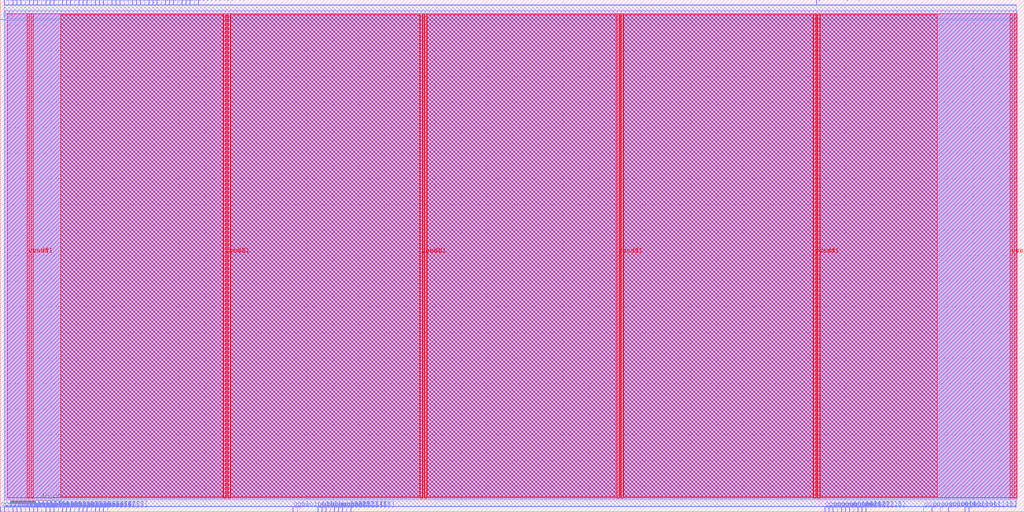
<source format=lef>
VERSION 5.7 ;
  NOWIREEXTENSIONATPIN ON ;
  DIVIDERCHAR "/" ;
  BUSBITCHARS "[]" ;
MACRO team_09
  CLASS BLOCK ;
  FOREIGN team_09 ;
  ORIGIN 0.000 0.000 ;
  SIZE 800.000 BY 400.000 ;
  PIN clk
    DIRECTION INPUT ;
    USE SIGNAL ;
    ANTENNAGATEAREA 0.852000 ;
    ANTENNADIFFAREA 0.434700 ;
    PORT
      LAYER met3 ;
        RECT 0.000 384.240 4.000 384.840 ;
    END
  END clk
  PIN en
    DIRECTION INPUT ;
    USE SIGNAL ;
    ANTENNAGATEAREA 0.196500 ;
    ANTENNADIFFAREA 0.434700 ;
    PORT
      LAYER met2 ;
        RECT 676.290 0.000 676.570 4.000 ;
    END
  END en
  PIN gpio_in[0]
    DIRECTION INPUT ;
    USE SIGNAL ;
    PORT
      LAYER met2 ;
        RECT 0.090 0.000 0.370 4.000 ;
    END
  END gpio_in[0]
  PIN gpio_in[10]
    DIRECTION INPUT ;
    USE SIGNAL ;
    PORT
      LAYER met2 ;
        RECT 3.310 0.000 3.590 4.000 ;
    END
  END gpio_in[10]
  PIN gpio_in[11]
    DIRECTION INPUT ;
    USE SIGNAL ;
    PORT
      LAYER met2 ;
        RECT 6.530 0.000 6.810 4.000 ;
    END
  END gpio_in[11]
  PIN gpio_in[12]
    DIRECTION INPUT ;
    USE SIGNAL ;
    PORT
      LAYER met2 ;
        RECT 9.750 0.000 10.030 4.000 ;
    END
  END gpio_in[12]
  PIN gpio_in[13]
    DIRECTION INPUT ;
    USE SIGNAL ;
    PORT
      LAYER met2 ;
        RECT 12.970 0.000 13.250 4.000 ;
    END
  END gpio_in[13]
  PIN gpio_in[14]
    DIRECTION INPUT ;
    USE SIGNAL ;
    PORT
      LAYER met2 ;
        RECT 16.190 0.000 16.470 4.000 ;
    END
  END gpio_in[14]
  PIN gpio_in[15]
    DIRECTION INPUT ;
    USE SIGNAL ;
    PORT
      LAYER met2 ;
        RECT 19.410 0.000 19.690 4.000 ;
    END
  END gpio_in[15]
  PIN gpio_in[16]
    DIRECTION INPUT ;
    USE SIGNAL ;
    PORT
      LAYER met2 ;
        RECT 22.630 0.000 22.910 4.000 ;
    END
  END gpio_in[16]
  PIN gpio_in[17]
    DIRECTION INPUT ;
    USE SIGNAL ;
    PORT
      LAYER met2 ;
        RECT 25.850 0.000 26.130 4.000 ;
    END
  END gpio_in[17]
  PIN gpio_in[18]
    DIRECTION INPUT ;
    USE SIGNAL ;
    PORT
      LAYER met2 ;
        RECT 29.070 0.000 29.350 4.000 ;
    END
  END gpio_in[18]
  PIN gpio_in[19]
    DIRECTION INPUT ;
    USE SIGNAL ;
    PORT
      LAYER met2 ;
        RECT 32.290 0.000 32.570 4.000 ;
    END
  END gpio_in[19]
  PIN gpio_in[1]
    DIRECTION INPUT ;
    USE SIGNAL ;
    PORT
      LAYER met2 ;
        RECT 35.510 0.000 35.790 4.000 ;
    END
  END gpio_in[1]
  PIN gpio_in[20]
    DIRECTION INPUT ;
    USE SIGNAL ;
    PORT
      LAYER met2 ;
        RECT 38.730 0.000 39.010 4.000 ;
    END
  END gpio_in[20]
  PIN gpio_in[21]
    DIRECTION INPUT ;
    USE SIGNAL ;
    PORT
      LAYER met2 ;
        RECT 41.950 0.000 42.230 4.000 ;
    END
  END gpio_in[21]
  PIN gpio_in[22]
    DIRECTION INPUT ;
    USE SIGNAL ;
    PORT
      LAYER met2 ;
        RECT 45.170 0.000 45.450 4.000 ;
    END
  END gpio_in[22]
  PIN gpio_in[23]
    DIRECTION INPUT ;
    USE SIGNAL ;
    PORT
      LAYER met2 ;
        RECT 48.390 0.000 48.670 4.000 ;
    END
  END gpio_in[23]
  PIN gpio_in[24]
    DIRECTION INPUT ;
    USE SIGNAL ;
    PORT
      LAYER met2 ;
        RECT 51.610 0.000 51.890 4.000 ;
    END
  END gpio_in[24]
  PIN gpio_in[25]
    DIRECTION INPUT ;
    USE SIGNAL ;
    ANTENNAGATEAREA 0.196500 ;
    ANTENNADIFFAREA 0.434700 ;
    PORT
      LAYER met2 ;
        RECT 3.310 396.000 3.590 400.000 ;
    END
  END gpio_in[25]
  PIN gpio_in[26]
    DIRECTION INPUT ;
    USE SIGNAL ;
    ANTENNAGATEAREA 0.196500 ;
    ANTENNADIFFAREA 0.434700 ;
    PORT
      LAYER met2 ;
        RECT 16.190 396.000 16.470 400.000 ;
    END
  END gpio_in[26]
  PIN gpio_in[27]
    DIRECTION INPUT ;
    USE SIGNAL ;
    ANTENNAGATEAREA 0.196500 ;
    ANTENNADIFFAREA 0.434700 ;
    PORT
      LAYER met2 ;
        RECT 116.010 396.000 116.290 400.000 ;
    END
  END gpio_in[27]
  PIN gpio_in[28]
    DIRECTION INPUT ;
    USE SIGNAL ;
    ANTENNAGATEAREA 0.196500 ;
    ANTENNADIFFAREA 0.434700 ;
    PORT
      LAYER met2 ;
        RECT 138.550 396.000 138.830 400.000 ;
    END
  END gpio_in[28]
  PIN gpio_in[29]
    DIRECTION INPUT ;
    USE SIGNAL ;
    ANTENNAGATEAREA 0.196500 ;
    ANTENNADIFFAREA 0.434700 ;
    PORT
      LAYER met2 ;
        RECT 87.030 396.000 87.310 400.000 ;
    END
  END gpio_in[29]
  PIN gpio_in[2]
    DIRECTION INPUT ;
    USE SIGNAL ;
    PORT
      LAYER met2 ;
        RECT 54.830 0.000 55.110 4.000 ;
    END
  END gpio_in[2]
  PIN gpio_in[30]
    DIRECTION INPUT ;
    USE SIGNAL ;
    ANTENNAGATEAREA 0.196500 ;
    ANTENNADIFFAREA 0.434700 ;
    PORT
      LAYER met2 ;
        RECT 637.650 396.000 637.930 400.000 ;
    END
  END gpio_in[30]
  PIN gpio_in[31]
    DIRECTION INPUT ;
    USE SIGNAL ;
    ANTENNAGATEAREA 0.196500 ;
    ANTENNADIFFAREA 0.434700 ;
    PORT
      LAYER met2 ;
        RECT 228.710 0.000 228.990 4.000 ;
    END
  END gpio_in[31]
  PIN gpio_in[32]
    DIRECTION INPUT ;
    USE SIGNAL ;
    PORT
      LAYER met2 ;
        RECT 58.050 0.000 58.330 4.000 ;
    END
  END gpio_in[32]
  PIN gpio_in[33]
    DIRECTION INPUT ;
    USE SIGNAL ;
    PORT
      LAYER met2 ;
        RECT 61.270 0.000 61.550 4.000 ;
    END
  END gpio_in[33]
  PIN gpio_in[3]
    DIRECTION INPUT ;
    USE SIGNAL ;
    PORT
      LAYER met2 ;
        RECT 64.490 0.000 64.770 4.000 ;
    END
  END gpio_in[3]
  PIN gpio_in[4]
    DIRECTION INPUT ;
    USE SIGNAL ;
    PORT
      LAYER met2 ;
        RECT 67.710 0.000 67.990 4.000 ;
    END
  END gpio_in[4]
  PIN gpio_in[5]
    DIRECTION INPUT ;
    USE SIGNAL ;
    PORT
      LAYER met2 ;
        RECT 70.930 0.000 71.210 4.000 ;
    END
  END gpio_in[5]
  PIN gpio_in[6]
    DIRECTION INPUT ;
    USE SIGNAL ;
    PORT
      LAYER met2 ;
        RECT 74.150 0.000 74.430 4.000 ;
    END
  END gpio_in[6]
  PIN gpio_in[7]
    DIRECTION INPUT ;
    USE SIGNAL ;
    PORT
      LAYER met2 ;
        RECT 77.370 0.000 77.650 4.000 ;
    END
  END gpio_in[7]
  PIN gpio_in[8]
    DIRECTION INPUT ;
    USE SIGNAL ;
    PORT
      LAYER met2 ;
        RECT 80.590 0.000 80.870 4.000 ;
    END
  END gpio_in[8]
  PIN gpio_in[9]
    DIRECTION INPUT ;
    USE SIGNAL ;
    PORT
      LAYER met2 ;
        RECT 83.810 0.000 84.090 4.000 ;
    END
  END gpio_in[9]
  PIN gpio_oeb[0]
    DIRECTION OUTPUT ;
    USE SIGNAL ;
    ANTENNADIFFAREA 0.445500 ;
    PORT
      LAYER met2 ;
        RECT 48.390 396.000 48.670 400.000 ;
    END
  END gpio_oeb[0]
  PIN gpio_oeb[10]
    DIRECTION OUTPUT ;
    USE SIGNAL ;
    ANTENNADIFFAREA 0.445500 ;
    PORT
      LAYER met2 ;
        RECT 141.770 396.000 142.050 400.000 ;
    END
  END gpio_oeb[10]
  PIN gpio_oeb[11]
    DIRECTION OUTPUT ;
    USE SIGNAL ;
    ANTENNADIFFAREA 0.445500 ;
    PORT
      LAYER met2 ;
        RECT 83.810 396.000 84.090 400.000 ;
    END
  END gpio_oeb[11]
  PIN gpio_oeb[12]
    DIRECTION OUTPUT ;
    USE SIGNAL ;
    ANTENNADIFFAREA 0.445500 ;
    PORT
      LAYER met2 ;
        RECT 109.570 396.000 109.850 400.000 ;
    END
  END gpio_oeb[12]
  PIN gpio_oeb[13]
    DIRECTION OUTPUT ;
    USE SIGNAL ;
    ANTENNADIFFAREA 0.445500 ;
    PORT
      LAYER met2 ;
        RECT 45.170 396.000 45.450 400.000 ;
    END
  END gpio_oeb[13]
  PIN gpio_oeb[14]
    DIRECTION OUTPUT ;
    USE SIGNAL ;
    ANTENNADIFFAREA 0.445500 ;
    PORT
      LAYER met2 ;
        RECT 80.590 396.000 80.870 400.000 ;
    END
  END gpio_oeb[14]
  PIN gpio_oeb[15]
    DIRECTION OUTPUT ;
    USE SIGNAL ;
    ANTENNADIFFAREA 0.445500 ;
    PORT
      LAYER met2 ;
        RECT 132.110 396.000 132.390 400.000 ;
    END
  END gpio_oeb[15]
  PIN gpio_oeb[16]
    DIRECTION OUTPUT ;
    USE SIGNAL ;
    ANTENNADIFFAREA 0.445500 ;
    PORT
      LAYER met2 ;
        RECT 12.970 396.000 13.250 400.000 ;
    END
  END gpio_oeb[16]
  PIN gpio_oeb[17]
    DIRECTION OUTPUT ;
    USE SIGNAL ;
    ANTENNADIFFAREA 0.445500 ;
    PORT
      LAYER met2 ;
        RECT 41.950 396.000 42.230 400.000 ;
    END
  END gpio_oeb[17]
  PIN gpio_oeb[18]
    DIRECTION OUTPUT ;
    USE SIGNAL ;
    ANTENNADIFFAREA 0.445500 ;
    PORT
      LAYER met2 ;
        RECT 103.130 396.000 103.410 400.000 ;
    END
  END gpio_oeb[18]
  PIN gpio_oeb[19]
    DIRECTION OUTPUT ;
    USE SIGNAL ;
    ANTENNADIFFAREA 0.445500 ;
    PORT
      LAYER met2 ;
        RECT 125.670 396.000 125.950 400.000 ;
    END
  END gpio_oeb[19]
  PIN gpio_oeb[1]
    DIRECTION OUTPUT ;
    USE SIGNAL ;
    ANTENNADIFFAREA 0.445500 ;
    PORT
      LAYER met2 ;
        RECT 74.150 396.000 74.430 400.000 ;
    END
  END gpio_oeb[1]
  PIN gpio_oeb[20]
    DIRECTION OUTPUT ;
    USE SIGNAL ;
    ANTENNADIFFAREA 0.445500 ;
    PORT
      LAYER met2 ;
        RECT 128.890 396.000 129.170 400.000 ;
    END
  END gpio_oeb[20]
  PIN gpio_oeb[21]
    DIRECTION OUTPUT ;
    USE SIGNAL ;
    ANTENNADIFFAREA 0.445500 ;
    PORT
      LAYER met2 ;
        RECT 144.990 396.000 145.270 400.000 ;
    END
  END gpio_oeb[21]
  PIN gpio_oeb[22]
    DIRECTION OUTPUT ;
    USE SIGNAL ;
    ANTENNADIFFAREA 0.445500 ;
    PORT
      LAYER met2 ;
        RECT 9.750 396.000 10.030 400.000 ;
    END
  END gpio_oeb[22]
  PIN gpio_oeb[23]
    DIRECTION OUTPUT ;
    USE SIGNAL ;
    ANTENNADIFFAREA 0.445500 ;
    PORT
      LAYER met2 ;
        RECT 6.530 396.000 6.810 400.000 ;
    END
  END gpio_oeb[23]
  PIN gpio_oeb[24]
    DIRECTION OUTPUT ;
    USE SIGNAL ;
    ANTENNADIFFAREA 0.445500 ;
    PORT
      LAYER met2 ;
        RECT 122.450 396.000 122.730 400.000 ;
    END
  END gpio_oeb[24]
  PIN gpio_oeb[25]
    DIRECTION OUTPUT ;
    USE SIGNAL ;
    ANTENNADIFFAREA 0.445500 ;
    PORT
      LAYER met2 ;
        RECT 19.410 396.000 19.690 400.000 ;
    END
  END gpio_oeb[25]
  PIN gpio_oeb[26]
    DIRECTION OUTPUT ;
    USE SIGNAL ;
    ANTENNADIFFAREA 0.445500 ;
    PORT
      LAYER met2 ;
        RECT 29.070 396.000 29.350 400.000 ;
    END
  END gpio_oeb[26]
  PIN gpio_oeb[27]
    DIRECTION OUTPUT ;
    USE SIGNAL ;
    ANTENNADIFFAREA 0.445500 ;
    PORT
      LAYER met2 ;
        RECT 38.730 396.000 39.010 400.000 ;
    END
  END gpio_oeb[27]
  PIN gpio_oeb[28]
    DIRECTION OUTPUT ;
    USE SIGNAL ;
    ANTENNADIFFAREA 0.445500 ;
    PORT
      LAYER met2 ;
        RECT 35.510 396.000 35.790 400.000 ;
    END
  END gpio_oeb[28]
  PIN gpio_oeb[29]
    DIRECTION OUTPUT ;
    USE SIGNAL ;
    ANTENNADIFFAREA 0.445500 ;
    PORT
      LAYER met2 ;
        RECT 25.850 396.000 26.130 400.000 ;
    END
  END gpio_oeb[29]
  PIN gpio_oeb[2]
    DIRECTION OUTPUT ;
    USE SIGNAL ;
    ANTENNADIFFAREA 0.445500 ;
    PORT
      LAYER met2 ;
        RECT 67.710 396.000 67.990 400.000 ;
    END
  END gpio_oeb[2]
  PIN gpio_oeb[30]
    DIRECTION OUTPUT ;
    USE SIGNAL ;
    ANTENNADIFFAREA 0.445500 ;
    PORT
      LAYER met2 ;
        RECT 32.290 396.000 32.570 400.000 ;
    END
  END gpio_oeb[30]
  PIN gpio_oeb[31]
    DIRECTION OUTPUT ;
    USE SIGNAL ;
    ANTENNADIFFAREA 0.445500 ;
    PORT
      LAYER met2 ;
        RECT 22.630 396.000 22.910 400.000 ;
    END
  END gpio_oeb[31]
  PIN gpio_oeb[32]
    DIRECTION OUTPUT ;
    USE SIGNAL ;
    ANTENNADIFFAREA 0.445500 ;
    PORT
      LAYER met2 ;
        RECT 119.230 396.000 119.510 400.000 ;
    END
  END gpio_oeb[32]
  PIN gpio_oeb[33]
    DIRECTION OUTPUT ;
    USE SIGNAL ;
    ANTENNADIFFAREA 0.445500 ;
    PORT
      LAYER met2 ;
        RECT 96.690 396.000 96.970 400.000 ;
    END
  END gpio_oeb[33]
  PIN gpio_oeb[3]
    DIRECTION OUTPUT ;
    USE SIGNAL ;
    ANTENNADIFFAREA 0.445500 ;
    PORT
      LAYER met2 ;
        RECT 64.490 396.000 64.770 400.000 ;
    END
  END gpio_oeb[3]
  PIN gpio_oeb[4]
    DIRECTION OUTPUT ;
    USE SIGNAL ;
    ANTENNADIFFAREA 0.445500 ;
    PORT
      LAYER met2 ;
        RECT 90.250 396.000 90.530 400.000 ;
    END
  END gpio_oeb[4]
  PIN gpio_oeb[5]
    DIRECTION OUTPUT ;
    USE SIGNAL ;
    ANTENNADIFFAREA 0.445500 ;
    PORT
      LAYER met2 ;
        RECT 112.790 396.000 113.070 400.000 ;
    END
  END gpio_oeb[5]
  PIN gpio_oeb[6]
    DIRECTION OUTPUT ;
    USE SIGNAL ;
    ANTENNADIFFAREA 0.445500 ;
    PORT
      LAYER met2 ;
        RECT 148.210 396.000 148.490 400.000 ;
    END
  END gpio_oeb[6]
  PIN gpio_oeb[7]
    DIRECTION OUTPUT ;
    USE SIGNAL ;
    ANTENNADIFFAREA 0.445500 ;
    PORT
      LAYER met2 ;
        RECT 61.270 396.000 61.550 400.000 ;
    END
  END gpio_oeb[7]
  PIN gpio_oeb[8]
    DIRECTION OUTPUT ;
    USE SIGNAL ;
    ANTENNADIFFAREA 0.445500 ;
    PORT
      LAYER met2 ;
        RECT 51.610 396.000 51.890 400.000 ;
    END
  END gpio_oeb[8]
  PIN gpio_oeb[9]
    DIRECTION OUTPUT ;
    USE SIGNAL ;
    ANTENNADIFFAREA 0.445500 ;
    PORT
      LAYER met2 ;
        RECT 106.350 396.000 106.630 400.000 ;
    END
  END gpio_oeb[9]
  PIN gpio_out[0]
    DIRECTION OUTPUT ;
    USE SIGNAL ;
    ANTENNADIFFAREA 0.445500 ;
    PORT
      LAYER met2 ;
        RECT 273.790 0.000 274.070 4.000 ;
    END
  END gpio_out[0]
  PIN gpio_out[10]
    DIRECTION OUTPUT ;
    USE SIGNAL ;
    ANTENNADIFFAREA 0.445500 ;
    PORT
      LAYER met2 ;
        RECT 721.370 0.000 721.650 4.000 ;
    END
  END gpio_out[10]
  PIN gpio_out[11]
    DIRECTION OUTPUT ;
    USE SIGNAL ;
    ANTENNADIFFAREA 0.445500 ;
    PORT
      LAYER met2 ;
        RECT 727.810 0.000 728.090 4.000 ;
    END
  END gpio_out[11]
  PIN gpio_out[12]
    DIRECTION OUTPUT ;
    USE SIGNAL ;
    ANTENNADIFFAREA 0.445500 ;
    PORT
      LAYER met2 ;
        RECT 734.250 0.000 734.530 4.000 ;
    END
  END gpio_out[12]
  PIN gpio_out[13]
    DIRECTION OUTPUT ;
    USE SIGNAL ;
    ANTENNADIFFAREA 0.445500 ;
    PORT
      LAYER met2 ;
        RECT 740.690 0.000 740.970 4.000 ;
    END
  END gpio_out[13]
  PIN gpio_out[14]
    DIRECTION OUTPUT ;
    USE SIGNAL ;
    ANTENNADIFFAREA 0.445500 ;
    PORT
      LAYER met2 ;
        RECT 753.570 0.000 753.850 4.000 ;
    END
  END gpio_out[14]
  PIN gpio_out[15]
    DIRECTION OUTPUT ;
    USE SIGNAL ;
    ANTENNADIFFAREA 0.445500 ;
    PORT
      LAYER met2 ;
        RECT 756.790 0.000 757.070 4.000 ;
    END
  END gpio_out[15]
  PIN gpio_out[16]
    DIRECTION OUTPUT ;
    USE SIGNAL ;
    ANTENNADIFFAREA 0.445500 ;
    PORT
      LAYER met2 ;
        RECT 669.850 0.000 670.130 4.000 ;
    END
  END gpio_out[16]
  PIN gpio_out[17]
    DIRECTION OUTPUT ;
    USE SIGNAL ;
    ANTENNADIFFAREA 0.445500 ;
    PORT
      LAYER met2 ;
        RECT 656.970 0.000 657.250 4.000 ;
    END
  END gpio_out[17]
  PIN gpio_out[18]
    DIRECTION OUTPUT ;
    USE SIGNAL ;
    ANTENNADIFFAREA 0.445500 ;
    PORT
      LAYER met2 ;
        RECT 644.090 0.000 644.370 4.000 ;
    END
  END gpio_out[18]
  PIN gpio_out[19]
    DIRECTION OUTPUT ;
    USE SIGNAL ;
    ANTENNADIFFAREA 0.445500 ;
    PORT
      LAYER met2 ;
        RECT 653.750 0.000 654.030 4.000 ;
    END
  END gpio_out[19]
  PIN gpio_out[1]
    DIRECTION OUTPUT ;
    USE SIGNAL ;
    ANTENNADIFFAREA 0.445500 ;
    PORT
      LAYER met2 ;
        RECT 264.130 0.000 264.410 4.000 ;
    END
  END gpio_out[1]
  PIN gpio_out[20]
    DIRECTION OUTPUT ;
    USE SIGNAL ;
    ANTENNADIFFAREA 0.445500 ;
    PORT
      LAYER met2 ;
        RECT 660.190 0.000 660.470 4.000 ;
    END
  END gpio_out[20]
  PIN gpio_out[21]
    DIRECTION OUTPUT ;
    USE SIGNAL ;
    ANTENNADIFFAREA 0.445500 ;
    PORT
      LAYER met2 ;
        RECT 666.630 0.000 666.910 4.000 ;
    END
  END gpio_out[21]
  PIN gpio_out[22]
    DIRECTION OUTPUT ;
    USE SIGNAL ;
    ANTENNADIFFAREA 0.445500 ;
    PORT
      LAYER met2 ;
        RECT 650.530 0.000 650.810 4.000 ;
    END
  END gpio_out[22]
  PIN gpio_out[23]
    DIRECTION OUTPUT ;
    USE SIGNAL ;
    ANTENNADIFFAREA 0.445500 ;
    PORT
      LAYER met2 ;
        RECT 663.410 0.000 663.690 4.000 ;
    END
  END gpio_out[23]
  PIN gpio_out[24]
    DIRECTION OUTPUT ;
    USE SIGNAL ;
    ANTENNADIFFAREA 0.445500 ;
    PORT
      LAYER met2 ;
        RECT 647.310 0.000 647.590 4.000 ;
    END
  END gpio_out[24]
  PIN gpio_out[25]
    DIRECTION OUTPUT ;
    USE SIGNAL ;
    ANTENNADIFFAREA 0.445500 ;
    PORT
      LAYER met2 ;
        RECT 93.470 396.000 93.750 400.000 ;
    END
  END gpio_out[25]
  PIN gpio_out[26]
    DIRECTION OUTPUT ;
    USE SIGNAL ;
    ANTENNADIFFAREA 0.445500 ;
    PORT
      LAYER met2 ;
        RECT 58.050 396.000 58.330 400.000 ;
    END
  END gpio_out[26]
  PIN gpio_out[27]
    DIRECTION OUTPUT ;
    USE SIGNAL ;
    ANTENNADIFFAREA 0.445500 ;
    PORT
      LAYER met2 ;
        RECT 154.650 396.000 154.930 400.000 ;
    END
  END gpio_out[27]
  PIN gpio_out[28]
    DIRECTION OUTPUT ;
    USE SIGNAL ;
    ANTENNADIFFAREA 0.445500 ;
    PORT
      LAYER met2 ;
        RECT 99.910 396.000 100.190 400.000 ;
    END
  END gpio_out[28]
  PIN gpio_out[29]
    DIRECTION OUTPUT ;
    USE SIGNAL ;
    ANTENNADIFFAREA 0.445500 ;
    PORT
      LAYER met2 ;
        RECT 70.930 396.000 71.210 400.000 ;
    END
  END gpio_out[29]
  PIN gpio_out[2]
    DIRECTION OUTPUT ;
    USE SIGNAL ;
    ANTENNADIFFAREA 0.445500 ;
    PORT
      LAYER met2 ;
        RECT 260.910 0.000 261.190 4.000 ;
    END
  END gpio_out[2]
  PIN gpio_out[30]
    DIRECTION OUTPUT ;
    USE SIGNAL ;
    ANTENNADIFFAREA 0.445500 ;
    PORT
      LAYER met2 ;
        RECT 54.830 396.000 55.110 400.000 ;
    END
  END gpio_out[30]
  PIN gpio_out[31]
    DIRECTION OUTPUT ;
    USE SIGNAL ;
    ANTENNADIFFAREA 0.445500 ;
    PORT
      LAYER met2 ;
        RECT 135.330 396.000 135.610 400.000 ;
    END
  END gpio_out[31]
  PIN gpio_out[32]
    DIRECTION OUTPUT ;
    USE SIGNAL ;
    ANTENNADIFFAREA 0.445500 ;
    PORT
      LAYER met2 ;
        RECT 77.370 396.000 77.650 400.000 ;
    END
  END gpio_out[32]
  PIN gpio_out[33]
    DIRECTION OUTPUT ;
    USE SIGNAL ;
    ANTENNADIFFAREA 0.445500 ;
    PORT
      LAYER met2 ;
        RECT 151.430 396.000 151.710 400.000 ;
    END
  END gpio_out[33]
  PIN gpio_out[3]
    DIRECTION OUTPUT ;
    USE SIGNAL ;
    ANTENNADIFFAREA 0.445500 ;
    PORT
      LAYER met2 ;
        RECT 248.030 0.000 248.310 4.000 ;
    END
  END gpio_out[3]
  PIN gpio_out[4]
    DIRECTION OUTPUT ;
    USE SIGNAL ;
    ANTENNADIFFAREA 0.445500 ;
    PORT
      LAYER met2 ;
        RECT 267.350 0.000 267.630 4.000 ;
    END
  END gpio_out[4]
  PIN gpio_out[5]
    DIRECTION OUTPUT ;
    USE SIGNAL ;
    ANTENNADIFFAREA 0.445500 ;
    PORT
      LAYER met2 ;
        RECT 257.690 0.000 257.970 4.000 ;
    END
  END gpio_out[5]
  PIN gpio_out[6]
    DIRECTION OUTPUT ;
    USE SIGNAL ;
    ANTENNADIFFAREA 0.445500 ;
    PORT
      LAYER met2 ;
        RECT 270.570 0.000 270.850 4.000 ;
    END
  END gpio_out[6]
  PIN gpio_out[7]
    DIRECTION OUTPUT ;
    USE SIGNAL ;
    ANTENNADIFFAREA 0.445500 ;
    PORT
      LAYER met2 ;
        RECT 251.250 0.000 251.530 4.000 ;
    END
  END gpio_out[7]
  PIN gpio_out[8]
    DIRECTION OUTPUT ;
    USE SIGNAL ;
    ANTENNADIFFAREA 0.445500 ;
    PORT
      LAYER met2 ;
        RECT 254.470 0.000 254.750 4.000 ;
    END
  END gpio_out[8]
  PIN gpio_out[9]
    DIRECTION OUTPUT ;
    USE SIGNAL ;
    ANTENNADIFFAREA 0.445500 ;
    PORT
      LAYER met2 ;
        RECT 231.930 0.000 232.210 4.000 ;
    END
  END gpio_out[9]
  PIN nrst
    DIRECTION INPUT ;
    USE SIGNAL ;
    ANTENNAGATEAREA 0.196500 ;
    ANTENNADIFFAREA 0.434700 ;
    PORT
      LAYER met2 ;
        RECT 673.070 0.000 673.350 4.000 ;
    END
  END nrst
  PIN vccd1
    DIRECTION INOUT ;
    USE POWER ;
    PORT
      LAYER met4 ;
        RECT 21.040 10.640 22.640 389.200 ;
    END
    PORT
      LAYER met4 ;
        RECT 174.640 10.640 176.240 389.200 ;
    END
    PORT
      LAYER met4 ;
        RECT 328.240 10.640 329.840 389.200 ;
    END
    PORT
      LAYER met4 ;
        RECT 481.840 10.640 483.440 389.200 ;
    END
    PORT
      LAYER met4 ;
        RECT 635.440 10.640 637.040 389.200 ;
    END
    PORT
      LAYER met4 ;
        RECT 789.040 10.640 790.640 389.200 ;
    END
  END vccd1
  PIN vssd1
    DIRECTION INOUT ;
    USE GROUND ;
    PORT
      LAYER met4 ;
        RECT 24.340 10.640 25.940 389.200 ;
    END
    PORT
      LAYER met4 ;
        RECT 177.940 10.640 179.540 389.200 ;
    END
    PORT
      LAYER met4 ;
        RECT 331.540 10.640 333.140 389.200 ;
    END
    PORT
      LAYER met4 ;
        RECT 485.140 10.640 486.740 389.200 ;
    END
    PORT
      LAYER met4 ;
        RECT 638.740 10.640 640.340 389.200 ;
    END
    PORT
      LAYER met4 ;
        RECT 792.340 10.640 793.940 389.200 ;
    END
  END vssd1
  OBS
      LAYER nwell ;
        RECT 5.330 10.795 794.610 389.150 ;
      LAYER li1 ;
        RECT 5.520 10.795 794.420 389.045 ;
      LAYER met1 ;
        RECT 3.290 9.560 794.420 391.300 ;
      LAYER met2 ;
        RECT 3.870 395.720 6.250 396.000 ;
        RECT 7.090 395.720 9.470 396.000 ;
        RECT 10.310 395.720 12.690 396.000 ;
        RECT 13.530 395.720 15.910 396.000 ;
        RECT 16.750 395.720 19.130 396.000 ;
        RECT 19.970 395.720 22.350 396.000 ;
        RECT 23.190 395.720 25.570 396.000 ;
        RECT 26.410 395.720 28.790 396.000 ;
        RECT 29.630 395.720 32.010 396.000 ;
        RECT 32.850 395.720 35.230 396.000 ;
        RECT 36.070 395.720 38.450 396.000 ;
        RECT 39.290 395.720 41.670 396.000 ;
        RECT 42.510 395.720 44.890 396.000 ;
        RECT 45.730 395.720 48.110 396.000 ;
        RECT 48.950 395.720 51.330 396.000 ;
        RECT 52.170 395.720 54.550 396.000 ;
        RECT 55.390 395.720 57.770 396.000 ;
        RECT 58.610 395.720 60.990 396.000 ;
        RECT 61.830 395.720 64.210 396.000 ;
        RECT 65.050 395.720 67.430 396.000 ;
        RECT 68.270 395.720 70.650 396.000 ;
        RECT 71.490 395.720 73.870 396.000 ;
        RECT 74.710 395.720 77.090 396.000 ;
        RECT 77.930 395.720 80.310 396.000 ;
        RECT 81.150 395.720 83.530 396.000 ;
        RECT 84.370 395.720 86.750 396.000 ;
        RECT 87.590 395.720 89.970 396.000 ;
        RECT 90.810 395.720 93.190 396.000 ;
        RECT 94.030 395.720 96.410 396.000 ;
        RECT 97.250 395.720 99.630 396.000 ;
        RECT 100.470 395.720 102.850 396.000 ;
        RECT 103.690 395.720 106.070 396.000 ;
        RECT 106.910 395.720 109.290 396.000 ;
        RECT 110.130 395.720 112.510 396.000 ;
        RECT 113.350 395.720 115.730 396.000 ;
        RECT 116.570 395.720 118.950 396.000 ;
        RECT 119.790 395.720 122.170 396.000 ;
        RECT 123.010 395.720 125.390 396.000 ;
        RECT 126.230 395.720 128.610 396.000 ;
        RECT 129.450 395.720 131.830 396.000 ;
        RECT 132.670 395.720 135.050 396.000 ;
        RECT 135.890 395.720 138.270 396.000 ;
        RECT 139.110 395.720 141.490 396.000 ;
        RECT 142.330 395.720 144.710 396.000 ;
        RECT 145.550 395.720 147.930 396.000 ;
        RECT 148.770 395.720 151.150 396.000 ;
        RECT 151.990 395.720 154.370 396.000 ;
        RECT 155.210 395.720 637.370 396.000 ;
        RECT 638.210 395.720 793.910 396.000 ;
        RECT 3.320 4.280 793.910 395.720 ;
        RECT 3.870 4.000 6.250 4.280 ;
        RECT 7.090 4.000 9.470 4.280 ;
        RECT 10.310 4.000 12.690 4.280 ;
        RECT 13.530 4.000 15.910 4.280 ;
        RECT 16.750 4.000 19.130 4.280 ;
        RECT 19.970 4.000 22.350 4.280 ;
        RECT 23.190 4.000 25.570 4.280 ;
        RECT 26.410 4.000 28.790 4.280 ;
        RECT 29.630 4.000 32.010 4.280 ;
        RECT 32.850 4.000 35.230 4.280 ;
        RECT 36.070 4.000 38.450 4.280 ;
        RECT 39.290 4.000 41.670 4.280 ;
        RECT 42.510 4.000 44.890 4.280 ;
        RECT 45.730 4.000 48.110 4.280 ;
        RECT 48.950 4.000 51.330 4.280 ;
        RECT 52.170 4.000 54.550 4.280 ;
        RECT 55.390 4.000 57.770 4.280 ;
        RECT 58.610 4.000 60.990 4.280 ;
        RECT 61.830 4.000 64.210 4.280 ;
        RECT 65.050 4.000 67.430 4.280 ;
        RECT 68.270 4.000 70.650 4.280 ;
        RECT 71.490 4.000 73.870 4.280 ;
        RECT 74.710 4.000 77.090 4.280 ;
        RECT 77.930 4.000 80.310 4.280 ;
        RECT 81.150 4.000 83.530 4.280 ;
        RECT 84.370 4.000 228.430 4.280 ;
        RECT 229.270 4.000 231.650 4.280 ;
        RECT 232.490 4.000 247.750 4.280 ;
        RECT 248.590 4.000 250.970 4.280 ;
        RECT 251.810 4.000 254.190 4.280 ;
        RECT 255.030 4.000 257.410 4.280 ;
        RECT 258.250 4.000 260.630 4.280 ;
        RECT 261.470 4.000 263.850 4.280 ;
        RECT 264.690 4.000 267.070 4.280 ;
        RECT 267.910 4.000 270.290 4.280 ;
        RECT 271.130 4.000 273.510 4.280 ;
        RECT 274.350 4.000 643.810 4.280 ;
        RECT 644.650 4.000 647.030 4.280 ;
        RECT 647.870 4.000 650.250 4.280 ;
        RECT 651.090 4.000 653.470 4.280 ;
        RECT 654.310 4.000 656.690 4.280 ;
        RECT 657.530 4.000 659.910 4.280 ;
        RECT 660.750 4.000 663.130 4.280 ;
        RECT 663.970 4.000 666.350 4.280 ;
        RECT 667.190 4.000 669.570 4.280 ;
        RECT 670.410 4.000 672.790 4.280 ;
        RECT 673.630 4.000 676.010 4.280 ;
        RECT 676.850 4.000 721.090 4.280 ;
        RECT 721.930 4.000 727.530 4.280 ;
        RECT 728.370 4.000 733.970 4.280 ;
        RECT 734.810 4.000 740.410 4.280 ;
        RECT 741.250 4.000 753.290 4.280 ;
        RECT 754.130 4.000 756.510 4.280 ;
        RECT 757.350 4.000 793.910 4.280 ;
      LAYER met3 ;
        RECT 4.000 385.240 793.930 389.125 ;
        RECT 4.400 383.840 793.930 385.240 ;
        RECT 4.000 10.715 793.930 383.840 ;
      LAYER met4 ;
        RECT 47.215 11.735 174.240 388.105 ;
        RECT 176.640 11.735 177.540 388.105 ;
        RECT 179.940 11.735 327.840 388.105 ;
        RECT 330.240 11.735 331.140 388.105 ;
        RECT 333.540 11.735 481.440 388.105 ;
        RECT 483.840 11.735 484.740 388.105 ;
        RECT 487.140 11.735 635.040 388.105 ;
        RECT 637.440 11.735 638.340 388.105 ;
        RECT 640.740 11.735 732.025 388.105 ;
  END
END team_09
END LIBRARY


</source>
